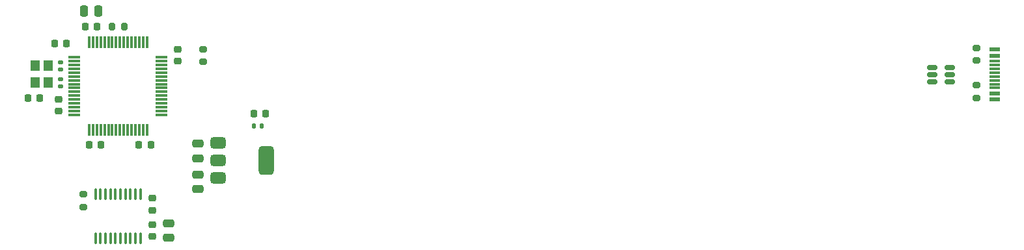
<source format=gbr>
%TF.GenerationSoftware,KiCad,Pcbnew,9.0.1*%
%TF.CreationDate,2025-06-20T14:08:42-04:00*%
%TF.ProjectId,LED-DriverPCB,4c45442d-4472-4697-9665-725043422e6b,rev?*%
%TF.SameCoordinates,Original*%
%TF.FileFunction,Paste,Top*%
%TF.FilePolarity,Positive*%
%FSLAX46Y46*%
G04 Gerber Fmt 4.6, Leading zero omitted, Abs format (unit mm)*
G04 Created by KiCad (PCBNEW 9.0.1) date 2025-06-20 14:08:42*
%MOMM*%
%LPD*%
G01*
G04 APERTURE LIST*
G04 Aperture macros list*
%AMRoundRect*
0 Rectangle with rounded corners*
0 $1 Rounding radius*
0 $2 $3 $4 $5 $6 $7 $8 $9 X,Y pos of 4 corners*
0 Add a 4 corners polygon primitive as box body*
4,1,4,$2,$3,$4,$5,$6,$7,$8,$9,$2,$3,0*
0 Add four circle primitives for the rounded corners*
1,1,$1+$1,$2,$3*
1,1,$1+$1,$4,$5*
1,1,$1+$1,$6,$7*
1,1,$1+$1,$8,$9*
0 Add four rect primitives between the rounded corners*
20,1,$1+$1,$2,$3,$4,$5,0*
20,1,$1+$1,$4,$5,$6,$7,0*
20,1,$1+$1,$6,$7,$8,$9,0*
20,1,$1+$1,$8,$9,$2,$3,0*%
G04 Aperture macros list end*
%ADD10RoundRect,0.135000X-0.135000X-0.185000X0.135000X-0.185000X0.135000X0.185000X-0.135000X0.185000X0*%
%ADD11RoundRect,0.218750X-0.218750X-0.256250X0.218750X-0.256250X0.218750X0.256250X-0.218750X0.256250X0*%
%ADD12RoundRect,0.140000X0.170000X-0.140000X0.170000X0.140000X-0.170000X0.140000X-0.170000X-0.140000X0*%
%ADD13RoundRect,0.200000X0.275000X-0.200000X0.275000X0.200000X-0.275000X0.200000X-0.275000X-0.200000X0*%
%ADD14RoundRect,0.225000X0.225000X0.250000X-0.225000X0.250000X-0.225000X-0.250000X0.225000X-0.250000X0*%
%ADD15RoundRect,0.250000X-0.250000X-0.475000X0.250000X-0.475000X0.250000X0.475000X-0.250000X0.475000X0*%
%ADD16RoundRect,0.250000X0.475000X-0.250000X0.475000X0.250000X-0.475000X0.250000X-0.475000X-0.250000X0*%
%ADD17RoundRect,0.075000X-0.700000X-0.075000X0.700000X-0.075000X0.700000X0.075000X-0.700000X0.075000X0*%
%ADD18RoundRect,0.075000X-0.075000X-0.700000X0.075000X-0.700000X0.075000X0.700000X-0.075000X0.700000X0*%
%ADD19RoundRect,0.375000X-0.625000X-0.375000X0.625000X-0.375000X0.625000X0.375000X-0.625000X0.375000X0*%
%ADD20RoundRect,0.500000X-0.500000X-1.400000X0.500000X-1.400000X0.500000X1.400000X-0.500000X1.400000X0*%
%ADD21R,1.450000X0.600000*%
%ADD22R,1.450000X0.300000*%
%ADD23RoundRect,0.225000X-0.250000X0.225000X-0.250000X-0.225000X0.250000X-0.225000X0.250000X0.225000X0*%
%ADD24RoundRect,0.200000X-0.275000X0.200000X-0.275000X-0.200000X0.275000X-0.200000X0.275000X0.200000X0*%
%ADD25RoundRect,0.225000X-0.225000X-0.250000X0.225000X-0.250000X0.225000X0.250000X-0.225000X0.250000X0*%
%ADD26RoundRect,0.225000X0.250000X-0.225000X0.250000X0.225000X-0.250000X0.225000X-0.250000X-0.225000X0*%
%ADD27RoundRect,0.250000X-0.475000X0.250000X-0.475000X-0.250000X0.475000X-0.250000X0.475000X0.250000X0*%
%ADD28R,1.200000X1.400000*%
%ADD29RoundRect,0.200000X0.200000X0.275000X-0.200000X0.275000X-0.200000X-0.275000X0.200000X-0.275000X0*%
%ADD30RoundRect,0.140000X-0.170000X0.140000X-0.170000X-0.140000X0.170000X-0.140000X0.170000X0.140000X0*%
%ADD31RoundRect,0.100000X-0.100000X0.637500X-0.100000X-0.637500X0.100000X-0.637500X0.100000X0.637500X0*%
%ADD32RoundRect,0.150000X-0.512500X-0.150000X0.512500X-0.150000X0.512500X0.150000X-0.512500X0.150000X0*%
G04 APERTURE END LIST*
D10*
%TO.C,R6*%
X245669000Y-144709000D03*
X246689000Y-144709000D03*
%TD*%
D11*
%TO.C,D1*%
X245691500Y-143109000D03*
X247266500Y-143109000D03*
%TD*%
D12*
%TO.C,C1*%
X220579000Y-137341000D03*
X220579000Y-136381000D03*
%TD*%
D13*
%TO.C,R4*%
X223504000Y-155278500D03*
X223504000Y-153628500D03*
%TD*%
D14*
%TO.C,C5*%
X221354000Y-133941000D03*
X219804000Y-133941000D03*
%TD*%
D15*
%TO.C,C9*%
X223579000Y-129741000D03*
X225479000Y-129741000D03*
%TD*%
D16*
%TO.C,C12*%
X238379000Y-148891000D03*
X238379000Y-146991000D03*
%TD*%
D17*
%TO.C,U1*%
X222354000Y-135741000D03*
X222354000Y-136241000D03*
X222354000Y-136741000D03*
X222354000Y-137241000D03*
X222354000Y-137741000D03*
X222354000Y-138241000D03*
X222354000Y-138741000D03*
X222354000Y-139241000D03*
X222354000Y-139741000D03*
X222354000Y-140241000D03*
X222354000Y-140741000D03*
X222354000Y-141241000D03*
X222354000Y-141741000D03*
X222354000Y-142241000D03*
X222354000Y-142741000D03*
X222354000Y-143241000D03*
D18*
X224279000Y-145166000D03*
X224779000Y-145166000D03*
X225279000Y-145166000D03*
X225779000Y-145166000D03*
X226279000Y-145166000D03*
X226779000Y-145166000D03*
X227279000Y-145166000D03*
X227779000Y-145166000D03*
X228279000Y-145166000D03*
X228779000Y-145166000D03*
X229279000Y-145166000D03*
X229779000Y-145166000D03*
X230279000Y-145166000D03*
X230779000Y-145166000D03*
X231279000Y-145166000D03*
X231779000Y-145166000D03*
D17*
X233704000Y-143241000D03*
X233704000Y-142741000D03*
X233704000Y-142241000D03*
X233704000Y-141741000D03*
X233704000Y-141241000D03*
X233704000Y-140741000D03*
X233704000Y-140241000D03*
X233704000Y-139741000D03*
X233704000Y-139241000D03*
X233704000Y-138741000D03*
X233704000Y-138241000D03*
X233704000Y-137741000D03*
X233704000Y-137241000D03*
X233704000Y-136741000D03*
X233704000Y-136241000D03*
X233704000Y-135741000D03*
D18*
X231779000Y-133816000D03*
X231279000Y-133816000D03*
X230779000Y-133816000D03*
X230279000Y-133816000D03*
X229779000Y-133816000D03*
X229279000Y-133816000D03*
X228779000Y-133816000D03*
X228279000Y-133816000D03*
X227779000Y-133816000D03*
X227279000Y-133816000D03*
X226779000Y-133816000D03*
X226279000Y-133816000D03*
X225779000Y-133816000D03*
X225279000Y-133816000D03*
X224779000Y-133816000D03*
X224279000Y-133816000D03*
%TD*%
D19*
%TO.C,U3*%
X241029000Y-146891000D03*
X241029000Y-149191000D03*
D20*
X247329000Y-149191000D03*
D19*
X241029000Y-151491000D03*
%TD*%
D21*
%TO.C,J9*%
X342015251Y-141241000D03*
X342015251Y-140441000D03*
D22*
X342015251Y-139241000D03*
X342015251Y-138241000D03*
X342015251Y-137741000D03*
X342015251Y-136741000D03*
D21*
X342015251Y-135541000D03*
X342015251Y-134741000D03*
X342015251Y-134741000D03*
X342015251Y-135541000D03*
D22*
X342015251Y-136241000D03*
X342015251Y-137241000D03*
X342015251Y-138741000D03*
X342015251Y-139741000D03*
D21*
X342015251Y-140441000D03*
X342015251Y-141241000D03*
%TD*%
D23*
%TO.C,C13*%
X232529000Y-154116000D03*
X232529000Y-155666000D03*
%TD*%
D24*
%TO.C,R3*%
X339710251Y-134526000D03*
X339710251Y-136176000D03*
%TD*%
D25*
%TO.C,C7*%
X223754000Y-131741000D03*
X225304000Y-131741000D03*
%TD*%
D23*
%TO.C,C6*%
X235829000Y-134716000D03*
X235829000Y-136266000D03*
%TD*%
D26*
%TO.C,C8*%
X220279000Y-142766000D03*
X220279000Y-141216000D03*
%TD*%
D27*
%TO.C,C11*%
X238379000Y-151041000D03*
X238379000Y-152941000D03*
%TD*%
D28*
%TO.C,X1*%
X217229000Y-136841000D03*
X217229000Y-139041000D03*
X218929000Y-139041000D03*
X218929000Y-136841000D03*
%TD*%
D14*
%TO.C,C10*%
X217854000Y-141041000D03*
X216304000Y-141041000D03*
%TD*%
D29*
%TO.C,R1*%
X228854000Y-131741000D03*
X227204000Y-131741000D03*
%TD*%
D26*
%TO.C,C14*%
X232529000Y-159116000D03*
X232529000Y-157566000D03*
%TD*%
D14*
%TO.C,C3*%
X232304000Y-147191000D03*
X230754000Y-147191000D03*
%TD*%
D13*
%TO.C,R2*%
X339710251Y-141051000D03*
X339710251Y-139401000D03*
%TD*%
D30*
%TO.C,C2*%
X220579000Y-138561000D03*
X220579000Y-139521000D03*
%TD*%
D31*
%TO.C,U2*%
X230954000Y-153628500D03*
X230304000Y-153628500D03*
X229654000Y-153628500D03*
X229004000Y-153628500D03*
X228354000Y-153628500D03*
X227704000Y-153628500D03*
X227054000Y-153628500D03*
X226404000Y-153628500D03*
X225754000Y-153628500D03*
X225104000Y-153628500D03*
X225104000Y-159353500D03*
X225754000Y-159353500D03*
X226404000Y-159353500D03*
X227054000Y-159353500D03*
X227704000Y-159353500D03*
X228354000Y-159353500D03*
X229004000Y-159353500D03*
X229654000Y-159353500D03*
X230304000Y-159353500D03*
X230954000Y-159353500D03*
%TD*%
D32*
%TO.C,U4*%
X333922751Y-137041000D03*
X333922751Y-137991000D03*
X333922751Y-138941000D03*
X336197751Y-138941000D03*
X336197751Y-137991000D03*
X336197751Y-137041000D03*
%TD*%
D16*
%TO.C,C15*%
X234629000Y-159291000D03*
X234629000Y-157391000D03*
%TD*%
D14*
%TO.C,C4*%
X225804000Y-147191000D03*
X224254000Y-147191000D03*
%TD*%
D24*
%TO.C,R5*%
X239079000Y-134666000D03*
X239079000Y-136316000D03*
%TD*%
M02*

</source>
